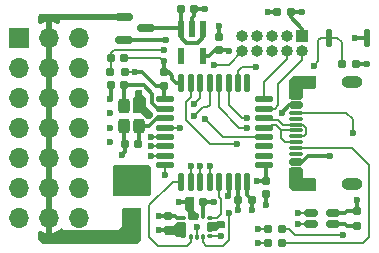
<source format=gbr>
%TF.GenerationSoftware,KiCad,Pcbnew,9.0.0*%
%TF.CreationDate,2025-06-23T18:52:11-04:00*%
%TF.ProjectId,CRSF_PWM_Gyro,43525346-5f50-4574-9d5f-4779726f2e6b,rev?*%
%TF.SameCoordinates,Original*%
%TF.FileFunction,Copper,L1,Top*%
%TF.FilePolarity,Positive*%
%FSLAX46Y46*%
G04 Gerber Fmt 4.6, Leading zero omitted, Abs format (unit mm)*
G04 Created by KiCad (PCBNEW 9.0.0) date 2025-06-23 18:52:11*
%MOMM*%
%LPD*%
G01*
G04 APERTURE LIST*
G04 Aperture macros list*
%AMRoundRect*
0 Rectangle with rounded corners*
0 $1 Rounding radius*
0 $2 $3 $4 $5 $6 $7 $8 $9 X,Y pos of 4 corners*
0 Add a 4 corners polygon primitive as box body*
4,1,4,$2,$3,$4,$5,$6,$7,$8,$9,$2,$3,0*
0 Add four circle primitives for the rounded corners*
1,1,$1+$1,$2,$3*
1,1,$1+$1,$4,$5*
1,1,$1+$1,$6,$7*
1,1,$1+$1,$8,$9*
0 Add four rect primitives between the rounded corners*
20,1,$1+$1,$2,$3,$4,$5,0*
20,1,$1+$1,$4,$5,$6,$7,0*
20,1,$1+$1,$6,$7,$8,$9,0*
20,1,$1+$1,$8,$9,$2,$3,0*%
G04 Aperture macros list end*
%TA.AperFunction,SMDPad,CuDef*%
%ADD10RoundRect,0.160000X-0.160000X0.197500X-0.160000X-0.197500X0.160000X-0.197500X0.160000X0.197500X0*%
%TD*%
%TA.AperFunction,SMDPad,CuDef*%
%ADD11RoundRect,0.155000X0.212500X0.155000X-0.212500X0.155000X-0.212500X-0.155000X0.212500X-0.155000X0*%
%TD*%
%TA.AperFunction,SMDPad,CuDef*%
%ADD12RoundRect,0.155000X-0.212500X-0.155000X0.212500X-0.155000X0.212500X0.155000X-0.212500X0.155000X0*%
%TD*%
%TA.AperFunction,SMDPad,CuDef*%
%ADD13RoundRect,0.155000X-0.155000X0.212500X-0.155000X-0.212500X0.155000X-0.212500X0.155000X0.212500X0*%
%TD*%
%TA.AperFunction,SMDPad,CuDef*%
%ADD14RoundRect,0.150000X-0.450000X-0.150000X0.450000X-0.150000X0.450000X0.150000X-0.450000X0.150000X0*%
%TD*%
%TA.AperFunction,SMDPad,CuDef*%
%ADD15RoundRect,0.250000X-0.250000X0.350000X-0.250000X-0.350000X0.250000X-0.350000X0.250000X0.350000X0*%
%TD*%
%TA.AperFunction,ComponentPad*%
%ADD16R,1.000000X1.000000*%
%TD*%
%TA.AperFunction,ComponentPad*%
%ADD17O,1.000000X1.000000*%
%TD*%
%TA.AperFunction,SMDPad,CuDef*%
%ADD18RoundRect,0.155000X0.155000X-0.212500X0.155000X0.212500X-0.155000X0.212500X-0.155000X-0.212500X0*%
%TD*%
%TA.AperFunction,ComponentPad*%
%ADD19R,1.700000X1.700000*%
%TD*%
%TA.AperFunction,ComponentPad*%
%ADD20O,1.700000X1.700000*%
%TD*%
%TA.AperFunction,SMDPad,CuDef*%
%ADD21RoundRect,0.137500X-0.137500X-0.612500X0.137500X-0.612500X0.137500X0.612500X-0.137500X0.612500X0*%
%TD*%
%TA.AperFunction,SMDPad,CuDef*%
%ADD22RoundRect,0.125000X-0.625000X-0.125000X0.625000X-0.125000X0.625000X0.125000X-0.625000X0.125000X0*%
%TD*%
%TA.AperFunction,SMDPad,CuDef*%
%ADD23RoundRect,0.125000X-0.125000X-0.625000X0.125000X-0.625000X0.125000X0.625000X-0.125000X0.625000X0*%
%TD*%
%TA.AperFunction,SMDPad,CuDef*%
%ADD24RoundRect,0.160000X0.197500X0.160000X-0.197500X0.160000X-0.197500X-0.160000X0.197500X-0.160000X0*%
%TD*%
%TA.AperFunction,SMDPad,CuDef*%
%ADD25RoundRect,0.139700X-0.139700X0.571500X-0.139700X-0.571500X0.139700X-0.571500X0.139700X0.571500X0*%
%TD*%
%TA.AperFunction,SMDPad,CuDef*%
%ADD26RoundRect,0.150000X0.425000X-0.150000X0.425000X0.150000X-0.425000X0.150000X-0.425000X-0.150000X0*%
%TD*%
%TA.AperFunction,SMDPad,CuDef*%
%ADD27RoundRect,0.075000X0.500000X-0.075000X0.500000X0.075000X-0.500000X0.075000X-0.500000X-0.075000X0*%
%TD*%
%TA.AperFunction,HeatsinkPad*%
%ADD28O,2.100000X1.000000*%
%TD*%
%TA.AperFunction,HeatsinkPad*%
%ADD29O,1.800000X1.000000*%
%TD*%
%TA.AperFunction,SMDPad,CuDef*%
%ADD30RoundRect,0.075000X0.187500X0.075000X-0.187500X0.075000X-0.187500X-0.075000X0.187500X-0.075000X0*%
%TD*%
%TA.AperFunction,SMDPad,CuDef*%
%ADD31RoundRect,0.075000X0.075000X0.187500X-0.075000X0.187500X-0.075000X-0.187500X0.075000X-0.187500X0*%
%TD*%
%TA.AperFunction,SMDPad,CuDef*%
%ADD32RoundRect,0.160000X-0.197500X-0.160000X0.197500X-0.160000X0.197500X0.160000X-0.197500X0.160000X0*%
%TD*%
%TA.AperFunction,SMDPad,CuDef*%
%ADD33RoundRect,0.150000X-0.587500X-0.150000X0.587500X-0.150000X0.587500X0.150000X-0.587500X0.150000X0*%
%TD*%
%TA.AperFunction,SMDPad,CuDef*%
%ADD34RoundRect,0.250000X0.550000X-1.050000X0.550000X1.050000X-0.550000X1.050000X-0.550000X-1.050000X0*%
%TD*%
%TA.AperFunction,ViaPad*%
%ADD35C,0.600000*%
%TD*%
%TA.AperFunction,Conductor*%
%ADD36C,0.300000*%
%TD*%
%TA.AperFunction,Conductor*%
%ADD37C,0.200000*%
%TD*%
%TA.AperFunction,Conductor*%
%ADD38C,0.500000*%
%TD*%
G04 APERTURE END LIST*
D10*
%TO.P,R4,1*%
%TO.N,+3.3V*%
X150500000Y-95602500D03*
%TO.P,R4,2*%
%TO.N,Net-(LED1-A2)*%
X150500000Y-96797500D03*
%TD*%
D11*
%TO.P,C10,1*%
%TO.N,Net-(U2-PF0)*%
X130767500Y-84900000D03*
%TO.P,C10,2*%
%TO.N,GND*%
X129632500Y-84900000D03*
%TD*%
D12*
%TO.P,C12,1*%
%TO.N,N_RESET*%
X129629116Y-82598548D03*
%TO.P,C12,2*%
%TO.N,GND*%
X130764116Y-82598548D03*
%TD*%
%TO.P,C1,1*%
%TO.N,Net-(D1-K)*%
X135532500Y-78500000D03*
%TO.P,C1,2*%
%TO.N,GND*%
X136667500Y-78500000D03*
%TD*%
D13*
%TO.P,C6,1*%
%TO.N,+3.3V*%
X142800000Y-93032500D03*
%TO.P,C6,2*%
%TO.N,GND*%
X142800000Y-94167500D03*
%TD*%
D11*
%TO.P,C11,1*%
%TO.N,Net-(U2-PF1)*%
X131967500Y-89900000D03*
%TO.P,C11,2*%
%TO.N,GND*%
X130832500Y-89900000D03*
%TD*%
D14*
%TO.P,LED1,1,A1*%
%TO.N,+3.3V*%
X148400687Y-95725000D03*
%TO.P,LED1,2,K1*%
%TO.N,STATUS_LED_BLUE*%
X146600687Y-95725000D03*
%TO.P,LED1,3,K2*%
%TO.N,STATUS_LED_RED*%
X146600687Y-96675000D03*
%TO.P,LED1,4,A2*%
%TO.N,Net-(LED1-A2)*%
X148400687Y-96675000D03*
%TD*%
D15*
%TO.P,Y1,1,1*%
%TO.N,Net-(U2-PF0)*%
X130750000Y-86650000D03*
%TO.P,Y1,2,2*%
%TO.N,GND*%
X130750000Y-88350000D03*
%TO.P,Y1,3,3*%
%TO.N,Net-(U2-PF1)*%
X132050000Y-88350000D03*
%TO.P,Y1,4,4*%
%TO.N,GND*%
X132050000Y-86650000D03*
%TD*%
D16*
%TO.P,SWD1,1,Pin_1*%
%TO.N,+3.3V*%
X145850000Y-80775000D03*
D17*
%TO.P,SWD1,2,Pin_2*%
%TO.N,SWD_DIO*%
X145850000Y-82045000D03*
%TO.P,SWD1,3,Pin_3*%
%TO.N,GND*%
X144580000Y-80775000D03*
%TO.P,SWD1,4,Pin_4*%
%TO.N,SWD_CLK*%
X144580000Y-82045000D03*
%TO.P,SWD1,5,Pin_5*%
%TO.N,GND*%
X143310000Y-80775000D03*
%TO.P,SWD1,6,Pin_6*%
%TO.N,SWD_SWO*%
X143310000Y-82045000D03*
%TO.P,SWD1,7,Pin_7*%
%TO.N,unconnected-(SWD1-Pin_7-Pad7)*%
X142040000Y-80775000D03*
%TO.P,SWD1,8,Pin_8*%
%TO.N,unconnected-(SWD1-Pin_8-Pad8)*%
X142040000Y-82045000D03*
%TO.P,SWD1,9,Pin_9*%
%TO.N,GND*%
X140770000Y-80775000D03*
%TO.P,SWD1,10,Pin_10*%
%TO.N,N_RESET*%
X140770000Y-82045000D03*
%TD*%
D18*
%TO.P,C7,1*%
%TO.N,+3.3V*%
X134100000Y-84967500D03*
%TO.P,C7,2*%
%TO.N,GND*%
X134100000Y-83832500D03*
%TD*%
D19*
%TO.P,J2,1,Pin_1*%
%TO.N,GND*%
X121863000Y-80880000D03*
D20*
%TO.P,J2,2,Pin_2*%
%TO.N,V_ESC*%
X124403000Y-80880000D03*
%TO.P,J2,3,Pin_3*%
%TO.N,CRSF_RX_To_MCU*%
X126943000Y-80880000D03*
%TO.P,J2,4,Pin_4*%
%TO.N,GND*%
X121863000Y-83420000D03*
%TO.P,J2,5,Pin_5*%
%TO.N,V_ESC*%
X124403000Y-83420000D03*
%TO.P,J2,6,Pin_6*%
%TO.N,CH1_PWM*%
X126943000Y-83420000D03*
%TO.P,J2,7,Pin_7*%
%TO.N,GND*%
X121863000Y-85960000D03*
%TO.P,J2,8,Pin_8*%
%TO.N,V_ESC*%
X124403000Y-85960000D03*
%TO.P,J2,9,Pin_9*%
%TO.N,CH2_PWM*%
X126943000Y-85960000D03*
%TO.P,J2,10,Pin_10*%
%TO.N,GND*%
X121863000Y-88500000D03*
%TO.P,J2,11,Pin_11*%
%TO.N,V_ESC*%
X124403000Y-88500000D03*
%TO.P,J2,12,Pin_12*%
%TO.N,CH3_PWM*%
X126943000Y-88500000D03*
%TO.P,J2,13,Pin_13*%
%TO.N,GND*%
X121863000Y-91040000D03*
%TO.P,J2,14,Pin_14*%
%TO.N,V_ESC*%
X124403000Y-91040000D03*
%TO.P,J2,15,Pin_15*%
%TO.N,CH4_PWM*%
X126943000Y-91040000D03*
%TO.P,J2,16,Pin_16*%
%TO.N,GND*%
X121863000Y-93580000D03*
%TO.P,J2,17,Pin_17*%
%TO.N,V_ESC*%
X124403000Y-93580000D03*
%TO.P,J2,18,Pin_18*%
%TO.N,CH5_PWM*%
X126943000Y-93580000D03*
%TO.P,J2,19,Pin_19*%
%TO.N,GND*%
X121863000Y-96120000D03*
%TO.P,J2,20,Pin_20*%
%TO.N,V_ESC*%
X124403000Y-96120000D03*
%TO.P,J2,21,Pin_21*%
%TO.N,CH6_PWM*%
X126943000Y-96120000D03*
%TD*%
D21*
%TO.P,SW1,1,A*%
%TO.N,Net-(SW1-A)*%
X148100000Y-80900000D03*
%TO.P,SW1,2,B*%
%TO.N,+3.3V*%
X151300000Y-80900000D03*
%TD*%
D12*
%TO.P,C5,1*%
%TO.N,+3.3V*%
X140432500Y-94600000D03*
%TO.P,C5,2*%
%TO.N,GND*%
X141567500Y-94600000D03*
%TD*%
D11*
%TO.P,C4,1*%
%TO.N,+3.3V*%
X144867500Y-78700000D03*
%TO.P,C4,2*%
%TO.N,GND*%
X143732500Y-78700000D03*
%TD*%
D22*
%TO.P,U2,1,VDD*%
%TO.N,+3.3V*%
X134225000Y-86100000D03*
%TO.P,U2,2,PF0*%
%TO.N,Net-(U2-PF0)*%
X134225000Y-86900000D03*
%TO.P,U2,3,PF1*%
%TO.N,Net-(U2-PF1)*%
X134225000Y-87700000D03*
%TO.P,U2,4,PG10*%
%TO.N,N_RESET*%
X134225000Y-88500000D03*
%TO.P,U2,5,PA0*%
%TO.N,CH3_PWM*%
X134225000Y-89300000D03*
%TO.P,U2,6,PA1*%
%TO.N,CH4_PWM*%
X134225000Y-90100000D03*
%TO.P,U2,7,PA2*%
%TO.N,CH5_PWM*%
X134225000Y-90900000D03*
%TO.P,U2,8,PA3*%
%TO.N,CH6_PWM*%
X134225000Y-91700000D03*
D23*
%TO.P,U2,9,PA4*%
%TO.N,Net-(MT1-AP_CS)*%
X135600000Y-93075000D03*
%TO.P,U2,10,PA5*%
%TO.N,Net-(MT1-AP_SCL{slash}AP_SCLK)*%
X136400000Y-93075000D03*
%TO.P,U2,11,PA6*%
%TO.N,Net-(MT1-AP_SDO{slash}AP_AD0)*%
X137200000Y-93075000D03*
%TO.P,U2,12,PA7*%
%TO.N,Net-(MT1-AP_SDA{slash}AP_SDIO{slash}AP_SDI)*%
X138000000Y-93075000D03*
%TO.P,U2,13,PB0*%
%TO.N,IMU_INT*%
X138800000Y-93075000D03*
%TO.P,U2,14,VSSA*%
%TO.N,GND*%
X139600000Y-93075000D03*
%TO.P,U2,15,VDDA*%
%TO.N,+3.3V*%
X140400000Y-93075000D03*
%TO.P,U2,16,VSS*%
%TO.N,GND*%
X141200000Y-93075000D03*
D22*
%TO.P,U2,17,VDD*%
%TO.N,+3.3V*%
X142575000Y-91700000D03*
%TO.P,U2,18,PA8*%
%TO.N,unconnected-(U2-PA8-Pad18)*%
X142575000Y-90900000D03*
%TO.P,U2,19,PA9*%
%TO.N,unconnected-(U2-PA9-Pad19)*%
X142575000Y-90100000D03*
%TO.P,U2,20,PA10*%
%TO.N,CRSF_RX_To_MCU*%
X142575000Y-89300000D03*
%TO.P,U2,21,PA11*%
%TO.N,USB_D-*%
X142575000Y-88500000D03*
%TO.P,U2,22,PA12*%
%TO.N,USB_D+*%
X142575000Y-87700000D03*
%TO.P,U2,23,PA13*%
%TO.N,SWD_DIO*%
X142575000Y-86900000D03*
%TO.P,U2,24,PA14*%
%TO.N,SWD_CLK*%
X142575000Y-86100000D03*
D23*
%TO.P,U2,25,PA15*%
%TO.N,unconnected-(U2-PA15-Pad25)*%
X141200000Y-84725000D03*
%TO.P,U2,26,PB3*%
%TO.N,SWD_SWO*%
X140400000Y-84725000D03*
%TO.P,U2,27,PB4*%
%TO.N,STATUS_LED_BLUE*%
X139600000Y-84725000D03*
%TO.P,U2,28,PB5*%
%TO.N,STATUS_LED_RED*%
X138800000Y-84725000D03*
%TO.P,U2,29,PB6*%
%TO.N,CH2_PWM*%
X138000000Y-84725000D03*
%TO.P,U2,30,PB7*%
%TO.N,CH1_PWM*%
X137200000Y-84725000D03*
%TO.P,U2,31,PB8*%
%TO.N,Net-(SW1-A)*%
X136400000Y-84725000D03*
%TO.P,U2,32,VSS*%
%TO.N,GND*%
X135600000Y-84725000D03*
%TD*%
D18*
%TO.P,C2,1*%
%TO.N,+3.3V*%
X138800000Y-81967500D03*
%TO.P,C2,2*%
%TO.N,GND*%
X138800000Y-80832500D03*
%TD*%
D24*
%TO.P,R1,1*%
%TO.N,Net-(J1-CC1)*%
X144119384Y-98294379D03*
%TO.P,R1,2*%
%TO.N,GND*%
X142924384Y-98294379D03*
%TD*%
%TO.P,R2,1*%
%TO.N,Net-(J1-CC2)*%
X144119384Y-97094379D03*
%TO.P,R2,2*%
%TO.N,GND*%
X142924384Y-97094379D03*
%TD*%
D25*
%TO.P,U1,1,VIN*%
%TO.N,Net-(D1-K)*%
X137450001Y-80155600D03*
%TO.P,U1,2,GND*%
%TO.N,GND*%
X136500000Y-80155600D03*
%TO.P,U1,3,CONTROL*%
%TO.N,Net-(D1-K)*%
X135549999Y-80155600D03*
%TO.P,U1,4,NC*%
%TO.N,unconnected-(U1-NC-Pad4)*%
X135549999Y-82444400D03*
%TO.P,U1,5,VOUT*%
%TO.N,+3.3V*%
X137450001Y-82444400D03*
%TD*%
D26*
%TO.P,J1,A1,GND*%
%TO.N,GND*%
X145320000Y-92200000D03*
%TO.P,J1,A4,VBUS*%
%TO.N,Net-(D1-A-Pad2)*%
X145320000Y-91400000D03*
D27*
%TO.P,J1,A5,CC1*%
%TO.N,Net-(J1-CC1)*%
X145320000Y-90250000D03*
%TO.P,J1,A6,D+*%
%TO.N,USB_D+*%
X145320000Y-89250000D03*
%TO.P,J1,A7,D-*%
%TO.N,USB_D-*%
X145320000Y-88750000D03*
%TO.P,J1,A8,SBU1*%
%TO.N,unconnected-(J1-SBU1-PadA8)*%
X145320000Y-87750000D03*
D26*
%TO.P,J1,A9,VBUS*%
%TO.N,Net-(D1-A-Pad2)*%
X145320000Y-86600000D03*
%TO.P,J1,A12,GND*%
%TO.N,GND*%
X145320000Y-85800000D03*
%TO.P,J1,B1,GND*%
X145320000Y-85800000D03*
%TO.P,J1,B4,VBUS*%
%TO.N,Net-(D1-A-Pad2)*%
X145320000Y-86600000D03*
D27*
%TO.P,J1,B5,CC2*%
%TO.N,Net-(J1-CC2)*%
X145320000Y-87250000D03*
%TO.P,J1,B6,D+*%
%TO.N,USB_D+*%
X145320000Y-88250000D03*
%TO.P,J1,B7,D-*%
%TO.N,USB_D-*%
X145320000Y-89750000D03*
%TO.P,J1,B8,SBU2*%
%TO.N,unconnected-(J1-SBU2-PadB8)*%
X145320000Y-90750000D03*
D26*
%TO.P,J1,B9,VBUS*%
%TO.N,Net-(D1-A-Pad2)*%
X145320000Y-91400000D03*
%TO.P,J1,B12,GND*%
%TO.N,GND*%
X145320000Y-92200000D03*
D28*
%TO.P,J1,S1,SHIELD*%
X145895000Y-93320000D03*
D29*
X150075000Y-93320000D03*
D28*
X145895000Y-84680000D03*
D29*
X150075000Y-84680000D03*
%TD*%
D30*
%TO.P,MT1,1,AP_SDO/AP_AD0*%
%TO.N,Net-(MT1-AP_SDO{slash}AP_AD0)*%
X138062500Y-97650000D03*
%TO.P,MT1,2,RESV*%
%TO.N,GND*%
X138062500Y-97150000D03*
%TO.P,MT1,3,RESV__1*%
X138062500Y-96650000D03*
%TO.P,MT1,4,INT1/INT*%
%TO.N,IMU_INT*%
X138062500Y-96150000D03*
D31*
%TO.P,MT1,5,VDDIO*%
%TO.N,+3.3V*%
X137400000Y-95987500D03*
%TO.P,MT1,6,GND*%
%TO.N,GND*%
X136900000Y-95987500D03*
%TO.P,MT1,7,RESV__2*%
X136400000Y-95987500D03*
D30*
%TO.P,MT1,8,VDD*%
%TO.N,+3.3V*%
X135737500Y-96150000D03*
%TO.P,MT1,9,INT2/FSYNC*%
%TO.N,GND*%
X135737500Y-96650000D03*
%TO.P,MT1,10,RESV__3*%
X135737500Y-97150000D03*
%TO.P,MT1,11,RESV__4*%
X135737500Y-97650000D03*
D31*
%TO.P,MT1,12,AP_CS*%
%TO.N,Net-(MT1-AP_CS)*%
X136400000Y-97812500D03*
%TO.P,MT1,13,AP_SCL/AP_SCLK*%
%TO.N,Net-(MT1-AP_SCL{slash}AP_SCLK)*%
X136900000Y-97812500D03*
%TO.P,MT1,14,AP_SDA/AP_SDIO/AP_SDI*%
%TO.N,Net-(MT1-AP_SDA{slash}AP_SDIO{slash}AP_SDI)*%
X137400000Y-97812500D03*
%TD*%
D32*
%TO.P,R5,1*%
%TO.N,Net-(SW1-A)*%
X149202500Y-83100000D03*
%TO.P,R5,2*%
%TO.N,GND*%
X150397500Y-83100000D03*
%TD*%
D13*
%TO.P,C9,1*%
%TO.N,+3.3V*%
X134500000Y-96032500D03*
%TO.P,C9,2*%
%TO.N,GND*%
X134500000Y-97167500D03*
%TD*%
D24*
%TO.P,R3,1*%
%TO.N,+3.3V*%
X130794116Y-83798548D03*
%TO.P,R3,2*%
%TO.N,N_RESET*%
X129599116Y-83798548D03*
%TD*%
D33*
%TO.P,D1,1,A*%
%TO.N,V_ESC*%
X130762500Y-79150000D03*
%TO.P,D1,2,A*%
%TO.N,Net-(D1-A-Pad2)*%
X130762500Y-81050000D03*
%TO.P,D1,3,K*%
%TO.N,Net-(D1-K)*%
X132637500Y-80100000D03*
%TD*%
D11*
%TO.P,C8,1*%
%TO.N,+3.3V*%
X137467500Y-94800000D03*
%TO.P,C8,2*%
%TO.N,GND*%
X136332500Y-94800000D03*
%TD*%
D34*
%TO.P,C3,1*%
%TO.N,V_ESC*%
X131400000Y-96600000D03*
%TO.P,C3,2*%
%TO.N,GND*%
X131400000Y-93000000D03*
%TD*%
D35*
%TO.N,+3.3V*%
X142000000Y-93000000D03*
X140400000Y-95500000D03*
X131700000Y-83798548D03*
X133700000Y-96000000D03*
X145800000Y-78700000D03*
X139600000Y-82000000D03*
X138400000Y-94800000D03*
X150500000Y-94600000D03*
X150300000Y-80900000D03*
%TO.N,GND*%
X133700000Y-97200000D03*
X142100000Y-98300000D03*
X129600000Y-89700000D03*
X130600000Y-90800000D03*
X137600000Y-78500000D03*
X134100000Y-82900000D03*
X132700000Y-93600000D03*
X151300000Y-83100000D03*
X129600000Y-88500000D03*
X129600000Y-87300000D03*
X141600000Y-95500000D03*
X130100000Y-92400000D03*
X130100000Y-93600000D03*
X135400000Y-94800000D03*
X142100000Y-97100000D03*
X132700000Y-92400000D03*
X139562133Y-94338618D03*
X129600000Y-86100000D03*
X142900000Y-78700000D03*
X142800000Y-95100000D03*
X139000001Y-96695436D03*
X138800000Y-79900000D03*
X132824151Y-87456609D03*
X132000000Y-85600000D03*
%TO.N,N_RESET*%
X135500000Y-88500000D03*
X134100000Y-81900000D03*
X138400000Y-83200000D03*
%TO.N,CRSF_RX_To_MCU*%
X137600000Y-87800000D03*
%TO.N,Net-(J1-CC2)*%
X149300000Y-97600000D03*
X150100000Y-89000000D03*
%TO.N,CH2_PWM*%
X136700000Y-87500000D03*
%TO.N,CH4_PWM*%
X133000000Y-90100000D03*
%TO.N,CH6_PWM*%
X134200000Y-92500000D03*
%TO.N,CH5_PWM*%
X133000000Y-90900000D03*
%TO.N,CH1_PWM*%
X136700000Y-86500000D03*
%TO.N,CH3_PWM*%
X133000000Y-89300000D03*
%TO.N,Net-(MT1-AP_SDA{slash}AP_SDIO{slash}AP_SDI)*%
X138000000Y-91800000D03*
X139601000Y-95700000D03*
%TO.N,Net-(MT1-AP_SCL{slash}AP_SCLK)*%
X136400000Y-91800000D03*
X136900000Y-96900000D03*
%TO.N,Net-(MT1-AP_SDO{slash}AP_AD0)*%
X137200000Y-91800000D03*
X139000000Y-97700000D03*
%TO.N,Net-(SW1-A)*%
X146800000Y-83300000D03*
X140300000Y-89900000D03*
%TO.N,STATUS_LED_BLUE*%
X145500000Y-95725000D03*
X141200000Y-87700000D03*
%TO.N,STATUS_LED_RED*%
X141200000Y-88500000D03*
X145500000Y-96675000D03*
%TO.N,SWD_SWO*%
X141955000Y-83400000D03*
%TO.N,Net-(D1-A-Pad2)*%
X144100000Y-87300000D03*
X148200000Y-90900000D03*
X134300000Y-81100000D03*
%TD*%
D36*
%TO.N,+3.3V*%
X135082500Y-96032500D02*
X135200000Y-96150000D01*
X149598187Y-95602500D02*
X150500000Y-95602500D01*
X134100000Y-84967500D02*
X134100000Y-85975000D01*
X149475687Y-95725000D02*
X149598187Y-95602500D01*
X145850000Y-80150000D02*
X145850000Y-80775000D01*
X134500000Y-96032500D02*
X133732500Y-96032500D01*
X140400000Y-94567500D02*
X140432500Y-94600000D01*
X135200000Y-96150000D02*
X135737500Y-96150000D01*
X142032500Y-93032500D02*
X142000000Y-93000000D01*
X133467500Y-84967500D02*
X134100000Y-84967500D01*
X148400687Y-95725000D02*
X149475687Y-95725000D01*
X138800000Y-81967500D02*
X139567500Y-81967500D01*
X139567500Y-81967500D02*
X139600000Y-82000000D01*
X137450001Y-82444400D02*
X137955600Y-82444400D01*
X134500000Y-96032500D02*
X135082500Y-96032500D01*
X140400000Y-93075000D02*
X140400000Y-94567500D01*
X144867500Y-79167500D02*
X145850000Y-80150000D01*
X142800000Y-93032500D02*
X142032500Y-93032500D01*
X131700000Y-83798548D02*
X132298548Y-83798548D01*
X137467500Y-94800000D02*
X138400000Y-94800000D01*
X151300000Y-80900000D02*
X150300000Y-80900000D01*
X132298548Y-83798548D02*
X133467500Y-84967500D01*
X150500000Y-94600000D02*
X150500000Y-95602500D01*
X142800000Y-91925000D02*
X142575000Y-91700000D01*
X142800000Y-93032500D02*
X142800000Y-91925000D01*
X133732500Y-96032500D02*
X133700000Y-96000000D01*
X144867500Y-78700000D02*
X144867500Y-79167500D01*
X140400000Y-94632500D02*
X140432500Y-94600000D01*
X140400000Y-93075000D02*
X140432500Y-93107500D01*
X137467500Y-94800000D02*
X137467500Y-95920000D01*
X137467500Y-95920000D02*
X137400000Y-95987500D01*
D37*
X130794116Y-83798548D02*
X131700000Y-83798548D01*
D36*
X138432500Y-81967500D02*
X138800000Y-81967500D01*
X134100000Y-85975000D02*
X134225000Y-86100000D01*
X137955600Y-82444400D02*
X138432500Y-81967500D01*
X144867500Y-78700000D02*
X145800000Y-78700000D01*
X140400000Y-95500000D02*
X140400000Y-94632500D01*
%TO.N,GND*%
X136667500Y-79032500D02*
X136500000Y-79200000D01*
D37*
X142100000Y-97100000D02*
X142918763Y-97100000D01*
X142100000Y-98300000D02*
X142918763Y-98300000D01*
D36*
X136667500Y-78500000D02*
X137600000Y-78500000D01*
D37*
X130764116Y-82598548D02*
X130788297Y-82622729D01*
D36*
X134800000Y-84400000D02*
X135125000Y-84725000D01*
X130750000Y-89817500D02*
X130832500Y-89900000D01*
X134500000Y-97167500D02*
X133732500Y-97167500D01*
D37*
X133800000Y-82600000D02*
X134100000Y-82900000D01*
D36*
X134532500Y-83832500D02*
X134800000Y-84100000D01*
X136332500Y-94800000D02*
X135400000Y-94800000D01*
X143732500Y-78700000D02*
X142900000Y-78700000D01*
X130750000Y-88350000D02*
X130750000Y-89817500D01*
X134800000Y-84100000D02*
X134800000Y-84400000D01*
X135125000Y-84725000D02*
X135600000Y-84725000D01*
X130600000Y-90765000D02*
X130832500Y-90532500D01*
X151300000Y-83100000D02*
X150397500Y-83100000D01*
X134100000Y-83832500D02*
X134100000Y-82900000D01*
X141567500Y-95467500D02*
X141600000Y-95500000D01*
X141200000Y-93075000D02*
X141200000Y-94232500D01*
D37*
X142918763Y-98300000D02*
X142924384Y-98294379D01*
X130874434Y-82622729D02*
X130897163Y-82600000D01*
D36*
X141200000Y-94232500D02*
X141567500Y-94600000D01*
X139600000Y-94300751D02*
X139600000Y-93075000D01*
X136667500Y-78500000D02*
X136667500Y-79032500D01*
D37*
X130897163Y-82600000D02*
X133800000Y-82600000D01*
D36*
X139562133Y-94338618D02*
X139600000Y-94300751D01*
X134100000Y-83832500D02*
X134532500Y-83832500D01*
X133732500Y-97167500D02*
X133700000Y-97200000D01*
X142800000Y-94167500D02*
X142800000Y-95100000D01*
X130832500Y-90532500D02*
X130832500Y-89900000D01*
X141567500Y-94600000D02*
X141567500Y-95467500D01*
X136500000Y-79200000D02*
X136500000Y-80155600D01*
X138800000Y-80832500D02*
X138800000Y-79900000D01*
D37*
X130788297Y-82622729D02*
X130874434Y-82622729D01*
D36*
X130600000Y-90800000D02*
X130600000Y-90765000D01*
X129600000Y-86100000D02*
X129632500Y-86067500D01*
D37*
X142918763Y-97100000D02*
X142924384Y-97094379D01*
D36*
X129632500Y-86067500D02*
X129632500Y-84900000D01*
D38*
%TO.N,V_ESC*%
X130762500Y-79150000D02*
X125300000Y-79150000D01*
D36*
%TO.N,Net-(D1-K)*%
X135494399Y-80100000D02*
X135549999Y-80155600D01*
X137450001Y-80155600D02*
X137450001Y-80866800D01*
X135532500Y-78500000D02*
X135532500Y-80138101D01*
X132637500Y-80100000D02*
X135494399Y-80100000D01*
X135549999Y-80866799D02*
X135549999Y-80155600D01*
X136999001Y-81317800D02*
X136001000Y-81317800D01*
X135532500Y-80138101D02*
X135549999Y-80155600D01*
X137450001Y-80866800D02*
X136999001Y-81317800D01*
X136001000Y-81317800D02*
X135549999Y-80866799D01*
D37*
%TO.N,N_RESET*%
X129900000Y-81900000D02*
X129629116Y-82170884D01*
X129629116Y-82170884D02*
X129629116Y-82598548D01*
X140755000Y-82045000D02*
X140770000Y-82045000D01*
X134100000Y-81900000D02*
X129900000Y-81900000D01*
X129629116Y-83768548D02*
X129599116Y-83798548D01*
X139600000Y-83200000D02*
X140755000Y-82045000D01*
X129629116Y-82598548D02*
X129629116Y-83768548D01*
X135500000Y-88500000D02*
X134225000Y-88500000D01*
X138400000Y-83200000D02*
X139600000Y-83200000D01*
D36*
%TO.N,Net-(U2-PF0)*%
X133124000Y-85624000D02*
X133124000Y-86425630D01*
X130750000Y-85017500D02*
X130767500Y-85000000D01*
X130767500Y-84900000D02*
X132400000Y-84900000D01*
X133124000Y-86425630D02*
X133598370Y-86900000D01*
X130767500Y-85000000D02*
X130767500Y-84900000D01*
X132400000Y-84900000D02*
X133124000Y-85624000D01*
X130750000Y-86650000D02*
X130750000Y-85017500D01*
X133598370Y-86900000D02*
X134225000Y-86900000D01*
%TO.N,Net-(U2-PF1)*%
X132050000Y-88350000D02*
X132050000Y-89817500D01*
X132850000Y-88350000D02*
X133500000Y-87700000D01*
X132050000Y-89817500D02*
X131967500Y-89900000D01*
X133500000Y-87700000D02*
X134225000Y-87700000D01*
X132050000Y-88350000D02*
X132850000Y-88350000D01*
D37*
%TO.N,CRSF_RX_To_MCU*%
X139100000Y-89300000D02*
X142575000Y-89300000D01*
X137600000Y-87800000D02*
X139100000Y-89300000D01*
%TO.N,Net-(J1-CC1)*%
X151000000Y-98300000D02*
X151500000Y-97800000D01*
X150050000Y-90250000D02*
X145320000Y-90250000D01*
X144125005Y-98300000D02*
X151000000Y-98300000D01*
X151500000Y-97800000D02*
X151500000Y-91700000D01*
X144119384Y-98294379D02*
X144125005Y-98300000D01*
X151500000Y-91700000D02*
X150050000Y-90250000D01*
%TO.N,USB_D-*%
X143606802Y-88325000D02*
X144006802Y-88725000D01*
X142575000Y-88500000D02*
X143075000Y-88500000D01*
X144457499Y-88750000D02*
X145320000Y-88750000D01*
X144006802Y-89406802D02*
X144006802Y-88725000D01*
X144432499Y-88725000D02*
X144457499Y-88750000D01*
X143075000Y-88500000D02*
X143250000Y-88325000D01*
X145320000Y-89750000D02*
X144350000Y-89750000D01*
X143250000Y-88325000D02*
X143606802Y-88325000D01*
X144006802Y-88725000D02*
X144432499Y-88725000D01*
X144350000Y-89750000D02*
X144006802Y-89406802D01*
%TO.N,Net-(J1-CC2)*%
X150100000Y-87800000D02*
X149550000Y-87250000D01*
X144700000Y-97100000D02*
X144125005Y-97100000D01*
X150100000Y-89000000D02*
X150100000Y-87800000D01*
X149550000Y-87250000D02*
X145320000Y-87250000D01*
X144125005Y-97100000D02*
X144119384Y-97094379D01*
X145200000Y-97600000D02*
X144700000Y-97100000D01*
X149300000Y-97600000D02*
X145200000Y-97600000D01*
%TO.N,USB_D+*%
X142575000Y-87700000D02*
X143075000Y-87700000D01*
X146026824Y-89250000D02*
X145320000Y-89250000D01*
X145928824Y-88250000D02*
X146196000Y-88517176D01*
X143793198Y-87875000D02*
X144193198Y-88275000D01*
X143075000Y-87700000D02*
X143250000Y-87875000D01*
X144432499Y-88275000D02*
X144457499Y-88250000D01*
X144457499Y-88250000D02*
X145320000Y-88250000D01*
X144193198Y-88275000D02*
X144432499Y-88275000D01*
X143250000Y-87875000D02*
X143793198Y-87875000D01*
X145320000Y-88250000D02*
X145928824Y-88250000D01*
X146196000Y-89080824D02*
X146026824Y-89250000D01*
X146196000Y-88517176D02*
X146196000Y-89080824D01*
%TO.N,CH2_PWM*%
X137400000Y-86800000D02*
X137800000Y-86800000D01*
X136700000Y-87500000D02*
X137400000Y-86800000D01*
X137800000Y-86800000D02*
X138000000Y-86600000D01*
X138000000Y-86600000D02*
X138000000Y-84725000D01*
%TO.N,CH4_PWM*%
X134225000Y-90100000D02*
X133000000Y-90100000D01*
%TO.N,CH6_PWM*%
X134200000Y-92500000D02*
X134200000Y-91725000D01*
X134200000Y-91725000D02*
X134225000Y-91700000D01*
%TO.N,CH5_PWM*%
X134225000Y-90900000D02*
X133000000Y-90900000D01*
%TO.N,CH1_PWM*%
X137200000Y-86000000D02*
X137200000Y-84725000D01*
X136700000Y-86500000D02*
X137200000Y-86000000D01*
%TO.N,CH3_PWM*%
X134225000Y-89300000D02*
X133000000Y-89300000D01*
%TO.N,Net-(MT1-AP_CS)*%
X134925000Y-93075000D02*
X135600000Y-93075000D01*
X136400000Y-97812500D02*
X136400000Y-98200000D01*
X136100000Y-98500000D02*
X133600000Y-98500000D01*
X132900000Y-97800000D02*
X132900000Y-95100000D01*
X132900000Y-95100000D02*
X134925000Y-93075000D01*
X133600000Y-98500000D02*
X132900000Y-97800000D01*
X136400000Y-98200000D02*
X136100000Y-98500000D01*
%TO.N,IMU_INT*%
X138800000Y-94350057D02*
X139001000Y-94551057D01*
X138650000Y-96150000D02*
X138062500Y-96150000D01*
X138800000Y-93075000D02*
X138800000Y-94350057D01*
X139001000Y-94551057D02*
X139001000Y-95799000D01*
X139001000Y-95799000D02*
X138650000Y-96150000D01*
%TO.N,Net-(MT1-AP_SDA{slash}AP_SDIO{slash}AP_SDI)*%
X137400000Y-98200000D02*
X137400000Y-97812500D01*
X137700000Y-98500000D02*
X137400000Y-98200000D01*
X139601000Y-95700000D02*
X139600000Y-95701000D01*
X139600000Y-98000000D02*
X139100000Y-98500000D01*
X138000000Y-91800000D02*
X138000000Y-93075000D01*
X139600000Y-95701000D02*
X139600000Y-98000000D01*
X139100000Y-98500000D02*
X137700000Y-98500000D01*
%TO.N,Net-(MT1-AP_SCL{slash}AP_SCLK)*%
X136900000Y-96900000D02*
X136900000Y-97812500D01*
X136400000Y-91800000D02*
X136400000Y-93075000D01*
%TO.N,Net-(MT1-AP_SDO{slash}AP_AD0)*%
X138950000Y-97650000D02*
X138062500Y-97650000D01*
X139000000Y-97700000D02*
X138950000Y-97650000D01*
X137200000Y-91800000D02*
X137200000Y-93075000D01*
%TO.N,Net-(SW1-A)*%
X148100000Y-80900000D02*
X147400000Y-80900000D01*
X149200000Y-83097500D02*
X149200000Y-81300000D01*
X136400000Y-85900000D02*
X136400000Y-84725000D01*
X136000000Y-87900000D02*
X136000000Y-86300000D01*
X147200000Y-81100000D02*
X147200000Y-82900000D01*
X148800000Y-80900000D02*
X148100000Y-80900000D01*
X140300000Y-89900000D02*
X138000000Y-89900000D01*
X136000000Y-86300000D02*
X136400000Y-85900000D01*
X147200000Y-82900000D02*
X146800000Y-83300000D01*
X149200000Y-81300000D02*
X148800000Y-80900000D01*
X147400000Y-80900000D02*
X147200000Y-81100000D01*
X138000000Y-89900000D02*
X136000000Y-87900000D01*
X149202500Y-83100000D02*
X149200000Y-83097500D01*
D36*
%TO.N,Net-(LED1-A2)*%
X148400687Y-96675000D02*
X149475687Y-96675000D01*
X149603187Y-96797500D02*
X150500000Y-96797500D01*
X149600687Y-96800000D02*
X149603187Y-96797500D01*
X149475687Y-96675000D02*
X149600687Y-96800000D01*
D37*
%TO.N,STATUS_LED_BLUE*%
X139600000Y-86600000D02*
X139600000Y-84725000D01*
X140700000Y-87700000D02*
X139600000Y-86600000D01*
X141200000Y-87700000D02*
X140700000Y-87700000D01*
X145500000Y-95725000D02*
X146600687Y-95725000D01*
%TO.N,STATUS_LED_RED*%
X146199265Y-96675735D02*
X146200000Y-96675000D01*
X146200000Y-96675000D02*
X146600687Y-96675000D01*
X138800000Y-86800000D02*
X140500000Y-88500000D01*
X140500000Y-88500000D02*
X141200000Y-88500000D01*
X145500000Y-96675000D02*
X146600687Y-96675000D01*
X138800000Y-84725000D02*
X138800000Y-86800000D01*
%TO.N,SWD_CLK*%
X142575000Y-84675000D02*
X142575000Y-86100000D01*
X144580000Y-82045000D02*
X144580000Y-82670000D01*
X144580000Y-82670000D02*
X142575000Y-84675000D01*
%TO.N,SWD_SWO*%
X140400000Y-83700000D02*
X140400000Y-84725000D01*
X140700000Y-83400000D02*
X140400000Y-83700000D01*
X141955000Y-83400000D02*
X140700000Y-83400000D01*
%TO.N,SWD_DIO*%
X145850000Y-82750000D02*
X143800000Y-84800000D01*
X143800000Y-84800000D02*
X143800000Y-86600000D01*
X145850000Y-82045000D02*
X145850000Y-82750000D01*
X143500000Y-86900000D02*
X142575000Y-86900000D01*
X143800000Y-86600000D02*
X143500000Y-86900000D01*
D36*
%TO.N,Net-(D1-A-Pad2)*%
X148200000Y-90900000D02*
X146358281Y-90900000D01*
X144745001Y-86600000D02*
X144100000Y-87245001D01*
X146358281Y-90900000D02*
X145858281Y-91400000D01*
X145858281Y-91400000D02*
X145320000Y-91400000D01*
X145320000Y-86600000D02*
X144745001Y-86600000D01*
X134250000Y-81050000D02*
X130762500Y-81050000D01*
X144100000Y-87245001D02*
X144100000Y-87300000D01*
X134300000Y-81100000D02*
X134250000Y-81050000D01*
%TD*%
%TA.AperFunction,Conductor*%
%TO.N,GND*%
G36*
X139242539Y-96419685D02*
G01*
X139288294Y-96472489D01*
X139299500Y-96524000D01*
X139299500Y-96876000D01*
X139279815Y-96943039D01*
X139227011Y-96988794D01*
X139175500Y-97000000D01*
X138799999Y-97000000D01*
X138536319Y-97263681D01*
X138509391Y-97278384D01*
X138483573Y-97294977D01*
X138477372Y-97295868D01*
X138474996Y-97297166D01*
X138448638Y-97300000D01*
X138288301Y-97300000D01*
X138278123Y-97299500D01*
X137924000Y-97299500D01*
X137856961Y-97279815D01*
X137811206Y-97227011D01*
X137800000Y-97175500D01*
X137800000Y-96624499D01*
X137819685Y-96557460D01*
X137872489Y-96511705D01*
X137923996Y-96500499D01*
X138277132Y-96500499D01*
X138278129Y-96500499D01*
X138288289Y-96500000D01*
X138599998Y-96500000D01*
X138600000Y-96500000D01*
X138613664Y-96486335D01*
X138662086Y-96456397D01*
X138679755Y-96450500D01*
X138689562Y-96450500D01*
X138765989Y-96430021D01*
X138800066Y-96410346D01*
X138811957Y-96406378D01*
X138829849Y-96405724D01*
X138851213Y-96400000D01*
X139175500Y-96400000D01*
X139242539Y-96419685D01*
G37*
%TD.AperFunction*%
%TD*%
%TA.AperFunction,Conductor*%
%TO.N,GND*%
G36*
X144861740Y-91900500D02*
G01*
X144861741Y-91900500D01*
X145706864Y-91900500D01*
X145728799Y-91906941D01*
X145751585Y-91908845D01*
X145761687Y-91916598D01*
X145773903Y-91920185D01*
X145788873Y-91937462D01*
X145807013Y-91951383D01*
X145814503Y-91967040D01*
X145819658Y-91972989D01*
X145823556Y-91982560D01*
X145825300Y-91987413D01*
X145858719Y-92112135D01*
X145888937Y-92164474D01*
X145892692Y-92174921D01*
X145893813Y-92193775D01*
X145900000Y-92216861D01*
X145900000Y-92800000D01*
X146876000Y-92800000D01*
X146943039Y-92819685D01*
X146988794Y-92872489D01*
X147000000Y-92924000D01*
X147000000Y-93776000D01*
X146980315Y-93843039D01*
X146927511Y-93888794D01*
X146876000Y-93900000D01*
X145151362Y-93900000D01*
X145084323Y-93880315D01*
X145063681Y-93863681D01*
X144736319Y-93536319D01*
X144702834Y-93474996D01*
X144700000Y-93448638D01*
X144700000Y-92020310D01*
X144719685Y-91953271D01*
X144772489Y-91907516D01*
X144841645Y-91897572D01*
X144861740Y-91900500D01*
G37*
%TD.AperFunction*%
%TD*%
%TA.AperFunction,Conductor*%
%TO.N,GND*%
G36*
X132215677Y-85319685D02*
G01*
X132236319Y-85336319D01*
X132263681Y-85363681D01*
X132297166Y-85425004D01*
X132300000Y-85451362D01*
X132300000Y-85700000D01*
X132563681Y-85963681D01*
X132597166Y-86025004D01*
X132600000Y-86051362D01*
X132600000Y-86700000D01*
X133163681Y-87263681D01*
X133178384Y-87290608D01*
X133194977Y-87316427D01*
X133195868Y-87322627D01*
X133197166Y-87325004D01*
X133200000Y-87351362D01*
X133200000Y-87448638D01*
X133180315Y-87515677D01*
X133163681Y-87536319D01*
X132936319Y-87763681D01*
X132874996Y-87797166D01*
X132848638Y-87800000D01*
X132774898Y-87800000D01*
X132707859Y-87780315D01*
X132675128Y-87749633D01*
X132622151Y-87677851D01*
X132512881Y-87597206D01*
X132504665Y-87592864D01*
X132505277Y-87591705D01*
X132468756Y-87568756D01*
X132200000Y-87300000D01*
X131624000Y-87300000D01*
X131556961Y-87280315D01*
X131511206Y-87227511D01*
X131500000Y-87176000D01*
X131500000Y-86051362D01*
X131519685Y-85984323D01*
X131536319Y-85963681D01*
X131700000Y-85800000D01*
X131700000Y-85451362D01*
X131708644Y-85421921D01*
X131715168Y-85391935D01*
X131718922Y-85386919D01*
X131719685Y-85384323D01*
X131736319Y-85363681D01*
X131763681Y-85336319D01*
X131825004Y-85302834D01*
X131851362Y-85300000D01*
X132148638Y-85300000D01*
X132215677Y-85319685D01*
G37*
%TD.AperFunction*%
%TD*%
%TA.AperFunction,Conductor*%
%TO.N,GND*%
G36*
X135943039Y-96520184D02*
G01*
X135988794Y-96572988D01*
X136000000Y-96624499D01*
X136000000Y-97676000D01*
X135980315Y-97743039D01*
X135927511Y-97788794D01*
X135876000Y-97800000D01*
X135351362Y-97800000D01*
X135284323Y-97780315D01*
X135263681Y-97763681D01*
X135100000Y-97600000D01*
X134324000Y-97600000D01*
X134256961Y-97580315D01*
X134211206Y-97527511D01*
X134200000Y-97476000D01*
X134200000Y-96924000D01*
X134219685Y-96856961D01*
X134272489Y-96811206D01*
X134324000Y-96800000D01*
X135000000Y-96800000D01*
X135263181Y-96536819D01*
X135324504Y-96503334D01*
X135350862Y-96500500D01*
X135798078Y-96500500D01*
X135798086Y-96500499D01*
X135876000Y-96500499D01*
X135943039Y-96520184D01*
G37*
%TD.AperFunction*%
%TD*%
%TA.AperFunction,Conductor*%
%TO.N,GND*%
G36*
X146943039Y-84119685D02*
G01*
X146988794Y-84172489D01*
X147000000Y-84224000D01*
X147000000Y-85076000D01*
X146980315Y-85143039D01*
X146927511Y-85188794D01*
X146876000Y-85200000D01*
X145900000Y-85200000D01*
X145900000Y-85783138D01*
X145892692Y-85825078D01*
X145888936Y-85835526D01*
X145858719Y-85887865D01*
X145825300Y-86012586D01*
X145823556Y-86017440D01*
X145805877Y-86041654D01*
X145790274Y-86067254D01*
X145785491Y-86069576D01*
X145782357Y-86073871D01*
X145754395Y-86084682D01*
X145727428Y-86097783D01*
X145718612Y-86098519D01*
X145717190Y-86099069D01*
X145715695Y-86098762D01*
X145706864Y-86099500D01*
X144861739Y-86099500D01*
X144859326Y-86099675D01*
X144850358Y-86100000D01*
X144824000Y-86100000D01*
X144756961Y-86080315D01*
X144711206Y-86027511D01*
X144700000Y-85976000D01*
X144700000Y-84551362D01*
X144719685Y-84484323D01*
X144736319Y-84463681D01*
X145063681Y-84136319D01*
X145125004Y-84102834D01*
X145151362Y-84100000D01*
X146876000Y-84100000D01*
X146943039Y-84119685D01*
G37*
%TD.AperFunction*%
%TD*%
%TA.AperFunction,Conductor*%
%TO.N,GND*%
G36*
X132943039Y-91719685D02*
G01*
X132988794Y-91772489D01*
X133000000Y-91824000D01*
X133000000Y-94176000D01*
X132980315Y-94243039D01*
X132927511Y-94288794D01*
X132876000Y-94300000D01*
X129924000Y-94300000D01*
X129856961Y-94280315D01*
X129811206Y-94227511D01*
X129800000Y-94176000D01*
X129800000Y-91824000D01*
X129819685Y-91756961D01*
X129872489Y-91711206D01*
X129924000Y-91700000D01*
X132876000Y-91700000D01*
X132943039Y-91719685D01*
G37*
%TD.AperFunction*%
%TD*%
%TA.AperFunction,Conductor*%
%TO.N,V_ESC*%
G36*
X132143039Y-95319685D02*
G01*
X132188794Y-95372489D01*
X132200000Y-95424000D01*
X132200000Y-97948638D01*
X132180315Y-98015677D01*
X132163681Y-98036319D01*
X131836319Y-98363681D01*
X131774996Y-98397166D01*
X131748638Y-98400000D01*
X123951362Y-98400000D01*
X123884323Y-98380315D01*
X123863681Y-98363681D01*
X123536319Y-98036319D01*
X123502834Y-97974996D01*
X123500000Y-97948638D01*
X123500000Y-97375987D01*
X123519685Y-97308948D01*
X123572489Y-97263193D01*
X123641647Y-97253249D01*
X123690640Y-97273136D01*
X123691290Y-97272077D01*
X123695437Y-97274618D01*
X123884782Y-97371095D01*
X124086871Y-97436757D01*
X124153000Y-97447231D01*
X124153000Y-96553012D01*
X124210007Y-96585925D01*
X124337174Y-96620000D01*
X124468826Y-96620000D01*
X124595993Y-96585925D01*
X124653000Y-96553012D01*
X124653000Y-97447230D01*
X124719126Y-97436757D01*
X124719129Y-97436757D01*
X124921217Y-97371095D01*
X125110557Y-97274620D01*
X125282459Y-97149727D01*
X125282464Y-97149723D01*
X125378413Y-97053775D01*
X125439736Y-97020290D01*
X125509428Y-97025274D01*
X125553775Y-97053775D01*
X125700000Y-97200000D01*
X130200000Y-97200000D01*
X130600000Y-96800000D01*
X130600000Y-95424000D01*
X130619685Y-95356961D01*
X130672489Y-95311206D01*
X130724000Y-95300000D01*
X132076000Y-95300000D01*
X132143039Y-95319685D01*
G37*
%TD.AperFunction*%
%TA.AperFunction,Conductor*%
G36*
X124653000Y-95686988D02*
G01*
X124595993Y-95654075D01*
X124468826Y-95620000D01*
X124337174Y-95620000D01*
X124210007Y-95654075D01*
X124153000Y-95686988D01*
X124153000Y-94013012D01*
X124210007Y-94045925D01*
X124337174Y-94080000D01*
X124468826Y-94080000D01*
X124595993Y-94045925D01*
X124653000Y-94013012D01*
X124653000Y-95686988D01*
G37*
%TD.AperFunction*%
%TA.AperFunction,Conductor*%
G36*
X124653000Y-93146988D02*
G01*
X124595993Y-93114075D01*
X124468826Y-93080000D01*
X124337174Y-93080000D01*
X124210007Y-93114075D01*
X124153000Y-93146988D01*
X124153000Y-91473012D01*
X124210007Y-91505925D01*
X124337174Y-91540000D01*
X124468826Y-91540000D01*
X124595993Y-91505925D01*
X124653000Y-91473012D01*
X124653000Y-93146988D01*
G37*
%TD.AperFunction*%
%TA.AperFunction,Conductor*%
G36*
X124653000Y-90606988D02*
G01*
X124595993Y-90574075D01*
X124468826Y-90540000D01*
X124337174Y-90540000D01*
X124210007Y-90574075D01*
X124153000Y-90606988D01*
X124153000Y-88933012D01*
X124210007Y-88965925D01*
X124337174Y-89000000D01*
X124468826Y-89000000D01*
X124595993Y-88965925D01*
X124653000Y-88933012D01*
X124653000Y-90606988D01*
G37*
%TD.AperFunction*%
%TA.AperFunction,Conductor*%
G36*
X124653000Y-88066988D02*
G01*
X124595993Y-88034075D01*
X124468826Y-88000000D01*
X124337174Y-88000000D01*
X124210007Y-88034075D01*
X124153000Y-88066988D01*
X124153000Y-86393012D01*
X124210007Y-86425925D01*
X124337174Y-86460000D01*
X124468826Y-86460000D01*
X124595993Y-86425925D01*
X124653000Y-86393012D01*
X124653000Y-88066988D01*
G37*
%TD.AperFunction*%
%TA.AperFunction,Conductor*%
G36*
X124653000Y-85526988D02*
G01*
X124595993Y-85494075D01*
X124468826Y-85460000D01*
X124337174Y-85460000D01*
X124210007Y-85494075D01*
X124153000Y-85526988D01*
X124153000Y-83853012D01*
X124210007Y-83885925D01*
X124337174Y-83920000D01*
X124468826Y-83920000D01*
X124595993Y-83885925D01*
X124653000Y-83853012D01*
X124653000Y-85526988D01*
G37*
%TD.AperFunction*%
%TA.AperFunction,Conductor*%
G36*
X124653000Y-82986988D02*
G01*
X124595993Y-82954075D01*
X124468826Y-82920000D01*
X124337174Y-82920000D01*
X124210007Y-82954075D01*
X124153000Y-82986988D01*
X124153000Y-81313012D01*
X124210007Y-81345925D01*
X124337174Y-81380000D01*
X124468826Y-81380000D01*
X124595993Y-81345925D01*
X124653000Y-81313012D01*
X124653000Y-82986988D01*
G37*
%TD.AperFunction*%
%TA.AperFunction,Conductor*%
G36*
X125243039Y-78919685D02*
G01*
X125288794Y-78972489D01*
X125300000Y-79024000D01*
X125300000Y-79620051D01*
X125280315Y-79687090D01*
X125227511Y-79732845D01*
X125158353Y-79742789D01*
X125115101Y-79727184D01*
X125114895Y-79727589D01*
X125111676Y-79725949D01*
X125111219Y-79725784D01*
X125110559Y-79725379D01*
X124921215Y-79628903D01*
X124719124Y-79563241D01*
X124653000Y-79552768D01*
X124653000Y-80446988D01*
X124595993Y-80414075D01*
X124468826Y-80380000D01*
X124337174Y-80380000D01*
X124210007Y-80414075D01*
X124153000Y-80446988D01*
X124153000Y-79552768D01*
X124152999Y-79552768D01*
X124086875Y-79563241D01*
X123884784Y-79628903D01*
X123695437Y-79725381D01*
X123691290Y-79727923D01*
X123690490Y-79726618D01*
X123631053Y-79747811D01*
X123563002Y-79731972D01*
X123514318Y-79681856D01*
X123500000Y-79624012D01*
X123500000Y-79024000D01*
X123519685Y-78956961D01*
X123572489Y-78911206D01*
X123624000Y-78900000D01*
X125176000Y-78900000D01*
X125243039Y-78919685D01*
G37*
%TD.AperFunction*%
%TD*%
%TA.AperFunction,Conductor*%
%TO.N,GND*%
G36*
X136643039Y-94419685D02*
G01*
X136688794Y-94472489D01*
X136700000Y-94524000D01*
X136700000Y-95500000D01*
X136900000Y-95700000D01*
X136925500Y-95700000D01*
X136992539Y-95719685D01*
X137038294Y-95772489D01*
X137049500Y-95824000D01*
X137049501Y-96176000D01*
X137029817Y-96243039D01*
X136977013Y-96288794D01*
X136925501Y-96300000D01*
X136324500Y-96300000D01*
X136316027Y-96297512D01*
X136307294Y-96298800D01*
X136283020Y-96287820D01*
X136257461Y-96280315D01*
X136251680Y-96273643D01*
X136243634Y-96270004D01*
X136229147Y-96247639D01*
X136211706Y-96227511D01*
X136209450Y-96217230D01*
X136205649Y-96211362D01*
X136200690Y-96177307D01*
X136200501Y-96176445D01*
X136200499Y-96176062D01*
X136200499Y-96047868D01*
X136200031Y-96045515D01*
X136200001Y-96037155D01*
X136200018Y-96037093D01*
X136200000Y-96036710D01*
X136200000Y-95700000D01*
X135936319Y-95436319D01*
X135902834Y-95374996D01*
X135900000Y-95348638D01*
X135900000Y-94524000D01*
X135919685Y-94456961D01*
X135972489Y-94411206D01*
X136024000Y-94400000D01*
X136576000Y-94400000D01*
X136643039Y-94419685D01*
G37*
%TD.AperFunction*%
%TD*%
M02*

</source>
